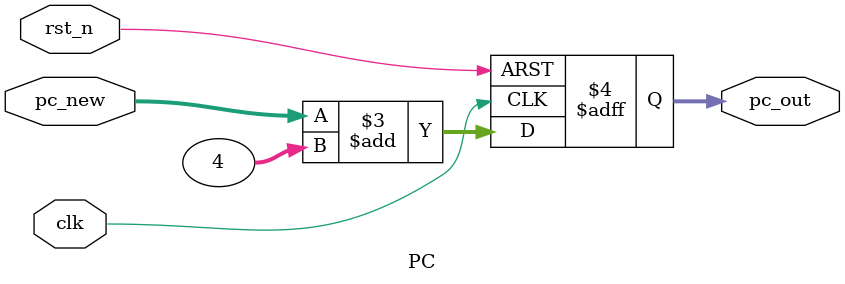
<source format=v>
`timescale 1ns / 1ps


module PC(
    clk,
	rst_n,
	pc_new,
	pc_out
    );
    input clk;
	input rst_n;
	input [31:0]pc_new;
	output reg [31:0]pc_out;
    
    always@(posedge clk or negedge rst_n)
	begin
		if(!rst_n)
			pc_out <= 0;
		else
			pc_out <= pc_new + 4;
	end	
endmodule

</source>
